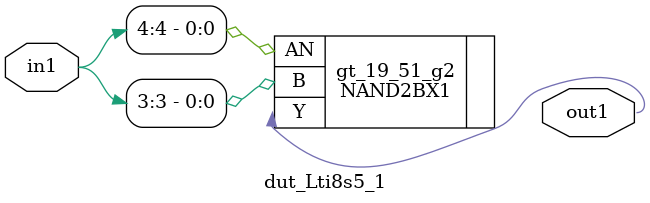
<source format=v>
`timescale 1ps / 1ps


module dut_Lti8s5_1(in1, out1);
  input [4:0] in1;
  output out1;
  wire [4:0] in1;
  wire out1;
  NAND2BX1 gt_19_51_g2(.AN (in1[4]), .B (in1[3]), .Y (out1));
endmodule


</source>
